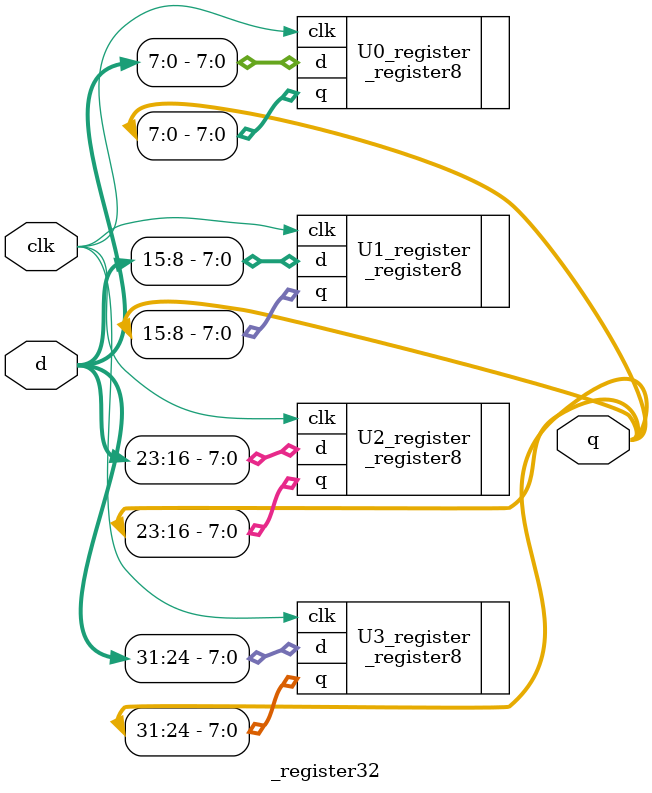
<source format=v>
module _register32(clk, d, q);
	input clk;				// input clk
	input [31:0] d;		// input 32bits d
	output [31:0] q;		// output 32bits q

	_register8 U0_register(.clk(clk), .d(d[7:0]),   .q(q[7:0]));		// instance by using 4 register8
	_register8 U1_register(.clk(clk), .d(d[15:8]),  .q(q[15:8]));
	_register8 U2_register(.clk(clk), .d(d[23:16]), .q(q[23:16]));
	_register8 U3_register(.clk(clk), .d(d[31:24]), .q(q[31:24]));

endmodule

</source>
